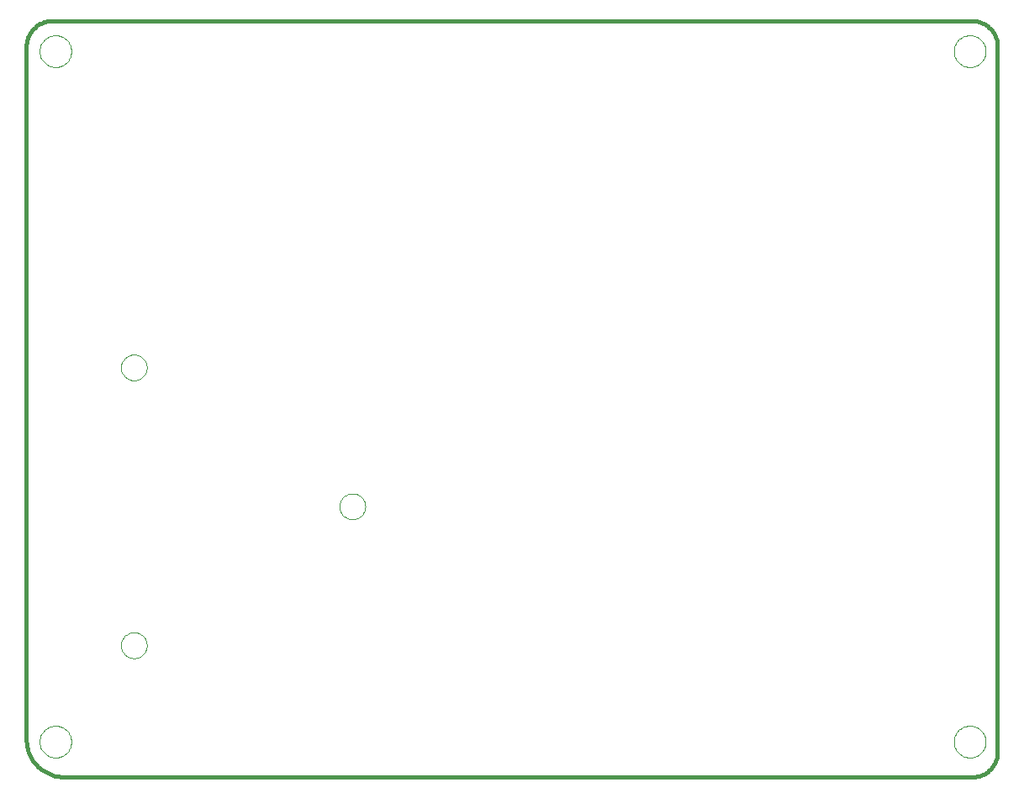
<source format=gm1>
G75*
G70*
%OFA0B0*%
%FSLAX24Y24*%
%IPPOS*%
%LPD*%
%AMOC8*
5,1,8,0,0,1.08239X$1,22.5*
%
%ADD10C,0.0000*%
%ADD11C,0.0160*%
D10*
X000705Y001589D02*
X000707Y001639D01*
X000713Y001689D01*
X000723Y001738D01*
X000737Y001786D01*
X000754Y001833D01*
X000775Y001878D01*
X000800Y001922D01*
X000828Y001963D01*
X000860Y002002D01*
X000894Y002039D01*
X000931Y002073D01*
X000971Y002103D01*
X001013Y002130D01*
X001057Y002154D01*
X001103Y002175D01*
X001150Y002191D01*
X001198Y002204D01*
X001248Y002213D01*
X001297Y002218D01*
X001348Y002219D01*
X001398Y002216D01*
X001447Y002209D01*
X001496Y002198D01*
X001544Y002183D01*
X001590Y002165D01*
X001635Y002143D01*
X001678Y002117D01*
X001719Y002088D01*
X001758Y002056D01*
X001794Y002021D01*
X001826Y001983D01*
X001856Y001943D01*
X001883Y001900D01*
X001906Y001856D01*
X001925Y001810D01*
X001941Y001762D01*
X001953Y001713D01*
X001961Y001664D01*
X001965Y001614D01*
X001965Y001564D01*
X001961Y001514D01*
X001953Y001465D01*
X001941Y001416D01*
X001925Y001368D01*
X001906Y001322D01*
X001883Y001278D01*
X001856Y001235D01*
X001826Y001195D01*
X001794Y001157D01*
X001758Y001122D01*
X001719Y001090D01*
X001678Y001061D01*
X001635Y001035D01*
X001590Y001013D01*
X001544Y000995D01*
X001496Y000980D01*
X001447Y000969D01*
X001398Y000962D01*
X001348Y000959D01*
X001297Y000960D01*
X001248Y000965D01*
X001198Y000974D01*
X001150Y000987D01*
X001103Y001003D01*
X001057Y001024D01*
X001013Y001048D01*
X000971Y001075D01*
X000931Y001105D01*
X000894Y001139D01*
X000860Y001176D01*
X000828Y001215D01*
X000800Y001256D01*
X000775Y001300D01*
X000754Y001345D01*
X000737Y001392D01*
X000723Y001440D01*
X000713Y001489D01*
X000707Y001539D01*
X000705Y001589D01*
X003937Y005414D02*
X003939Y005459D01*
X003945Y005503D01*
X003954Y005547D01*
X003968Y005589D01*
X003985Y005630D01*
X004006Y005670D01*
X004030Y005708D01*
X004057Y005743D01*
X004087Y005776D01*
X004120Y005806D01*
X004155Y005833D01*
X004193Y005857D01*
X004233Y005878D01*
X004274Y005895D01*
X004316Y005909D01*
X004360Y005918D01*
X004404Y005924D01*
X004449Y005926D01*
X004494Y005924D01*
X004538Y005918D01*
X004582Y005909D01*
X004624Y005895D01*
X004665Y005878D01*
X004705Y005857D01*
X004743Y005833D01*
X004778Y005806D01*
X004811Y005776D01*
X004841Y005743D01*
X004868Y005708D01*
X004892Y005670D01*
X004913Y005630D01*
X004930Y005589D01*
X004944Y005547D01*
X004953Y005503D01*
X004959Y005459D01*
X004961Y005414D01*
X004959Y005369D01*
X004953Y005325D01*
X004944Y005281D01*
X004930Y005239D01*
X004913Y005198D01*
X004892Y005158D01*
X004868Y005120D01*
X004841Y005085D01*
X004811Y005052D01*
X004778Y005022D01*
X004743Y004995D01*
X004705Y004971D01*
X004665Y004950D01*
X004624Y004933D01*
X004582Y004919D01*
X004538Y004910D01*
X004494Y004904D01*
X004449Y004902D01*
X004404Y004904D01*
X004360Y004910D01*
X004316Y004919D01*
X004274Y004933D01*
X004233Y004950D01*
X004193Y004971D01*
X004155Y004995D01*
X004120Y005022D01*
X004087Y005052D01*
X004057Y005085D01*
X004030Y005120D01*
X004006Y005158D01*
X003985Y005198D01*
X003968Y005239D01*
X003954Y005281D01*
X003945Y005325D01*
X003939Y005369D01*
X003937Y005414D01*
X012599Y010926D02*
X012601Y010971D01*
X012607Y011015D01*
X012616Y011059D01*
X012630Y011101D01*
X012647Y011142D01*
X012668Y011182D01*
X012692Y011220D01*
X012719Y011255D01*
X012749Y011288D01*
X012782Y011318D01*
X012817Y011345D01*
X012855Y011369D01*
X012895Y011390D01*
X012936Y011407D01*
X012978Y011421D01*
X013022Y011430D01*
X013066Y011436D01*
X013111Y011438D01*
X013156Y011436D01*
X013200Y011430D01*
X013244Y011421D01*
X013286Y011407D01*
X013327Y011390D01*
X013367Y011369D01*
X013405Y011345D01*
X013440Y011318D01*
X013473Y011288D01*
X013503Y011255D01*
X013530Y011220D01*
X013554Y011182D01*
X013575Y011142D01*
X013592Y011101D01*
X013606Y011059D01*
X013615Y011015D01*
X013621Y010971D01*
X013623Y010926D01*
X013621Y010881D01*
X013615Y010837D01*
X013606Y010793D01*
X013592Y010751D01*
X013575Y010710D01*
X013554Y010670D01*
X013530Y010632D01*
X013503Y010597D01*
X013473Y010564D01*
X013440Y010534D01*
X013405Y010507D01*
X013367Y010483D01*
X013327Y010462D01*
X013286Y010445D01*
X013244Y010431D01*
X013200Y010422D01*
X013156Y010416D01*
X013111Y010414D01*
X013066Y010416D01*
X013022Y010422D01*
X012978Y010431D01*
X012936Y010445D01*
X012895Y010462D01*
X012855Y010483D01*
X012817Y010507D01*
X012782Y010534D01*
X012749Y010564D01*
X012719Y010597D01*
X012692Y010632D01*
X012668Y010670D01*
X012647Y010710D01*
X012630Y010751D01*
X012616Y010793D01*
X012607Y010837D01*
X012601Y010881D01*
X012599Y010926D01*
X003937Y016437D02*
X003939Y016482D01*
X003945Y016526D01*
X003954Y016570D01*
X003968Y016612D01*
X003985Y016653D01*
X004006Y016693D01*
X004030Y016731D01*
X004057Y016766D01*
X004087Y016799D01*
X004120Y016829D01*
X004155Y016856D01*
X004193Y016880D01*
X004233Y016901D01*
X004274Y016918D01*
X004316Y016932D01*
X004360Y016941D01*
X004404Y016947D01*
X004449Y016949D01*
X004494Y016947D01*
X004538Y016941D01*
X004582Y016932D01*
X004624Y016918D01*
X004665Y016901D01*
X004705Y016880D01*
X004743Y016856D01*
X004778Y016829D01*
X004811Y016799D01*
X004841Y016766D01*
X004868Y016731D01*
X004892Y016693D01*
X004913Y016653D01*
X004930Y016612D01*
X004944Y016570D01*
X004953Y016526D01*
X004959Y016482D01*
X004961Y016437D01*
X004959Y016392D01*
X004953Y016348D01*
X004944Y016304D01*
X004930Y016262D01*
X004913Y016221D01*
X004892Y016181D01*
X004868Y016143D01*
X004841Y016108D01*
X004811Y016075D01*
X004778Y016045D01*
X004743Y016018D01*
X004705Y015994D01*
X004665Y015973D01*
X004624Y015956D01*
X004582Y015942D01*
X004538Y015933D01*
X004494Y015927D01*
X004449Y015925D01*
X004404Y015927D01*
X004360Y015933D01*
X004316Y015942D01*
X004274Y015956D01*
X004233Y015973D01*
X004193Y015994D01*
X004155Y016018D01*
X004120Y016045D01*
X004087Y016075D01*
X004057Y016108D01*
X004030Y016143D01*
X004006Y016181D01*
X003985Y016221D01*
X003968Y016262D01*
X003954Y016304D01*
X003945Y016348D01*
X003939Y016392D01*
X003937Y016437D01*
X000705Y028989D02*
X000707Y029039D01*
X000713Y029089D01*
X000723Y029138D01*
X000737Y029186D01*
X000754Y029233D01*
X000775Y029278D01*
X000800Y029322D01*
X000828Y029363D01*
X000860Y029402D01*
X000894Y029439D01*
X000931Y029473D01*
X000971Y029503D01*
X001013Y029530D01*
X001057Y029554D01*
X001103Y029575D01*
X001150Y029591D01*
X001198Y029604D01*
X001248Y029613D01*
X001297Y029618D01*
X001348Y029619D01*
X001398Y029616D01*
X001447Y029609D01*
X001496Y029598D01*
X001544Y029583D01*
X001590Y029565D01*
X001635Y029543D01*
X001678Y029517D01*
X001719Y029488D01*
X001758Y029456D01*
X001794Y029421D01*
X001826Y029383D01*
X001856Y029343D01*
X001883Y029300D01*
X001906Y029256D01*
X001925Y029210D01*
X001941Y029162D01*
X001953Y029113D01*
X001961Y029064D01*
X001965Y029014D01*
X001965Y028964D01*
X001961Y028914D01*
X001953Y028865D01*
X001941Y028816D01*
X001925Y028768D01*
X001906Y028722D01*
X001883Y028678D01*
X001856Y028635D01*
X001826Y028595D01*
X001794Y028557D01*
X001758Y028522D01*
X001719Y028490D01*
X001678Y028461D01*
X001635Y028435D01*
X001590Y028413D01*
X001544Y028395D01*
X001496Y028380D01*
X001447Y028369D01*
X001398Y028362D01*
X001348Y028359D01*
X001297Y028360D01*
X001248Y028365D01*
X001198Y028374D01*
X001150Y028387D01*
X001103Y028403D01*
X001057Y028424D01*
X001013Y028448D01*
X000971Y028475D01*
X000931Y028505D01*
X000894Y028539D01*
X000860Y028576D01*
X000828Y028615D01*
X000800Y028656D01*
X000775Y028700D01*
X000754Y028745D01*
X000737Y028792D01*
X000723Y028840D01*
X000713Y028889D01*
X000707Y028939D01*
X000705Y028989D01*
X036955Y028989D02*
X036957Y029039D01*
X036963Y029089D01*
X036973Y029138D01*
X036987Y029186D01*
X037004Y029233D01*
X037025Y029278D01*
X037050Y029322D01*
X037078Y029363D01*
X037110Y029402D01*
X037144Y029439D01*
X037181Y029473D01*
X037221Y029503D01*
X037263Y029530D01*
X037307Y029554D01*
X037353Y029575D01*
X037400Y029591D01*
X037448Y029604D01*
X037498Y029613D01*
X037547Y029618D01*
X037598Y029619D01*
X037648Y029616D01*
X037697Y029609D01*
X037746Y029598D01*
X037794Y029583D01*
X037840Y029565D01*
X037885Y029543D01*
X037928Y029517D01*
X037969Y029488D01*
X038008Y029456D01*
X038044Y029421D01*
X038076Y029383D01*
X038106Y029343D01*
X038133Y029300D01*
X038156Y029256D01*
X038175Y029210D01*
X038191Y029162D01*
X038203Y029113D01*
X038211Y029064D01*
X038215Y029014D01*
X038215Y028964D01*
X038211Y028914D01*
X038203Y028865D01*
X038191Y028816D01*
X038175Y028768D01*
X038156Y028722D01*
X038133Y028678D01*
X038106Y028635D01*
X038076Y028595D01*
X038044Y028557D01*
X038008Y028522D01*
X037969Y028490D01*
X037928Y028461D01*
X037885Y028435D01*
X037840Y028413D01*
X037794Y028395D01*
X037746Y028380D01*
X037697Y028369D01*
X037648Y028362D01*
X037598Y028359D01*
X037547Y028360D01*
X037498Y028365D01*
X037448Y028374D01*
X037400Y028387D01*
X037353Y028403D01*
X037307Y028424D01*
X037263Y028448D01*
X037221Y028475D01*
X037181Y028505D01*
X037144Y028539D01*
X037110Y028576D01*
X037078Y028615D01*
X037050Y028656D01*
X037025Y028700D01*
X037004Y028745D01*
X036987Y028792D01*
X036973Y028840D01*
X036963Y028889D01*
X036957Y028939D01*
X036955Y028989D01*
X036955Y001589D02*
X036957Y001639D01*
X036963Y001689D01*
X036973Y001738D01*
X036987Y001786D01*
X037004Y001833D01*
X037025Y001878D01*
X037050Y001922D01*
X037078Y001963D01*
X037110Y002002D01*
X037144Y002039D01*
X037181Y002073D01*
X037221Y002103D01*
X037263Y002130D01*
X037307Y002154D01*
X037353Y002175D01*
X037400Y002191D01*
X037448Y002204D01*
X037498Y002213D01*
X037547Y002218D01*
X037598Y002219D01*
X037648Y002216D01*
X037697Y002209D01*
X037746Y002198D01*
X037794Y002183D01*
X037840Y002165D01*
X037885Y002143D01*
X037928Y002117D01*
X037969Y002088D01*
X038008Y002056D01*
X038044Y002021D01*
X038076Y001983D01*
X038106Y001943D01*
X038133Y001900D01*
X038156Y001856D01*
X038175Y001810D01*
X038191Y001762D01*
X038203Y001713D01*
X038211Y001664D01*
X038215Y001614D01*
X038215Y001564D01*
X038211Y001514D01*
X038203Y001465D01*
X038191Y001416D01*
X038175Y001368D01*
X038156Y001322D01*
X038133Y001278D01*
X038106Y001235D01*
X038076Y001195D01*
X038044Y001157D01*
X038008Y001122D01*
X037969Y001090D01*
X037928Y001061D01*
X037885Y001035D01*
X037840Y001013D01*
X037794Y000995D01*
X037746Y000980D01*
X037697Y000969D01*
X037648Y000962D01*
X037598Y000959D01*
X037547Y000960D01*
X037498Y000965D01*
X037448Y000974D01*
X037400Y000987D01*
X037353Y001003D01*
X037307Y001024D01*
X037263Y001048D01*
X037221Y001075D01*
X037181Y001105D01*
X037144Y001139D01*
X037110Y001176D01*
X037078Y001215D01*
X037050Y001256D01*
X037025Y001300D01*
X037004Y001345D01*
X036987Y001392D01*
X036973Y001440D01*
X036963Y001489D01*
X036957Y001539D01*
X036955Y001589D01*
D11*
X037685Y000189D02*
X001685Y000189D01*
X001609Y000191D01*
X001533Y000197D01*
X001458Y000206D01*
X001383Y000220D01*
X001309Y000237D01*
X001236Y000258D01*
X001164Y000282D01*
X001093Y000311D01*
X001024Y000342D01*
X000957Y000377D01*
X000892Y000416D01*
X000828Y000458D01*
X000767Y000503D01*
X000708Y000551D01*
X000652Y000602D01*
X000598Y000656D01*
X000547Y000712D01*
X000499Y000771D01*
X000454Y000832D01*
X000412Y000896D01*
X000373Y000961D01*
X000338Y001028D01*
X000307Y001097D01*
X000278Y001168D01*
X000254Y001240D01*
X000233Y001313D01*
X000216Y001387D01*
X000202Y001462D01*
X000193Y001537D01*
X000187Y001613D01*
X000185Y001689D01*
X000185Y029189D01*
X000187Y029249D01*
X000192Y029310D01*
X000201Y029369D01*
X000214Y029428D01*
X000230Y029487D01*
X000250Y029544D01*
X000273Y029599D01*
X000300Y029654D01*
X000329Y029706D01*
X000362Y029757D01*
X000398Y029806D01*
X000436Y029852D01*
X000478Y029896D01*
X000522Y029938D01*
X000568Y029976D01*
X000617Y030012D01*
X000668Y030045D01*
X000720Y030074D01*
X000775Y030101D01*
X000830Y030124D01*
X000887Y030144D01*
X000946Y030160D01*
X001005Y030173D01*
X001064Y030182D01*
X001125Y030187D01*
X001185Y030189D01*
X037685Y030189D01*
X037745Y030187D01*
X037806Y030182D01*
X037865Y030173D01*
X037924Y030160D01*
X037983Y030144D01*
X038040Y030124D01*
X038095Y030101D01*
X038150Y030074D01*
X038202Y030045D01*
X038253Y030012D01*
X038302Y029976D01*
X038348Y029938D01*
X038392Y029896D01*
X038434Y029852D01*
X038472Y029806D01*
X038508Y029757D01*
X038541Y029706D01*
X038570Y029654D01*
X038597Y029599D01*
X038620Y029544D01*
X038640Y029487D01*
X038656Y029428D01*
X038669Y029369D01*
X038678Y029310D01*
X038683Y029249D01*
X038685Y029189D01*
X038685Y001189D01*
X038683Y001129D01*
X038678Y001068D01*
X038669Y001009D01*
X038656Y000950D01*
X038640Y000891D01*
X038620Y000834D01*
X038597Y000779D01*
X038570Y000724D01*
X038541Y000672D01*
X038508Y000621D01*
X038472Y000572D01*
X038434Y000526D01*
X038392Y000482D01*
X038348Y000440D01*
X038302Y000402D01*
X038253Y000366D01*
X038202Y000333D01*
X038150Y000304D01*
X038095Y000277D01*
X038040Y000254D01*
X037983Y000234D01*
X037924Y000218D01*
X037865Y000205D01*
X037806Y000196D01*
X037745Y000191D01*
X037685Y000189D01*
M02*

</source>
